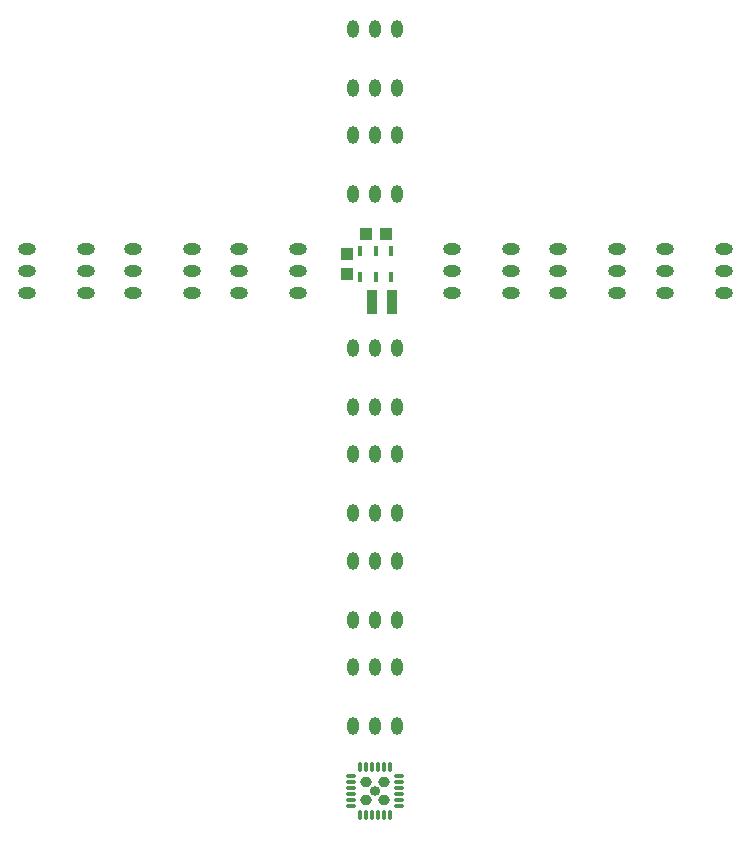
<source format=gtp>
G04 DipTrace 2.4.0.2*
%INcross.gtp*%
%MOMM*%
%ADD19R,1.1X1.0*%
%ADD20R,1.0X1.1*%
%ADD21R,0.85X2.0*%
%ADD22O,0.86X0.85*%
%ADD24O,0.973X0.96*%
%ADD26O,0.28X1.0*%
%ADD27O,1.0X0.28*%
%ADD31R,0.4X0.9*%
%ADD34O,1.0X1.5*%
%ADD36O,1.5X1.0*%
%FSLAX53Y53*%
G04*
G71*
G90*
G75*
G01*
%LNTopPaste*%
%LPD*%
D19*
X41897Y64131D3*
X40197D3*
D20*
X38585Y60758D3*
Y62458D3*
D21*
X42422Y58438D3*
X40722D3*
D22*
X41005Y16986D3*
D24*
X40231Y16248D3*
X41795Y16238D3*
X40241Y17781D3*
X41798Y17791D3*
D26*
X39758Y14958D3*
X40258D3*
X40758D3*
X41258D3*
X41758D3*
X42258D3*
D27*
X43058Y15758D3*
Y16258D3*
Y16758D3*
Y17258D3*
Y17758D3*
Y18258D3*
D26*
X42258Y19058D3*
X41758D3*
X41258D3*
X40758D3*
X40258D3*
X39758D3*
D27*
X38958Y18258D3*
Y17758D3*
Y17258D3*
Y16758D3*
Y16258D3*
Y15758D3*
D31*
X42367Y62696D3*
X41067D3*
X39767D3*
Y60496D3*
X41067D3*
X42367D3*
D34*
X39158Y22508D3*
X41008D3*
X42858D3*
Y27508D3*
X41008D3*
X39158D3*
Y31508D3*
X41008D3*
X42858D3*
Y36508D3*
X41008D3*
X39158D3*
Y40508D3*
X41008D3*
X42858D3*
Y45508D3*
X41008D3*
X39158D3*
Y49508D3*
X41008D3*
X42858D3*
Y54508D3*
X41008D3*
X39158D3*
D36*
X34508Y59158D3*
Y61008D3*
Y62858D3*
X29508D3*
Y61008D3*
Y59158D3*
X25508D3*
Y61008D3*
Y62858D3*
X20508D3*
Y61008D3*
Y59158D3*
X16508D3*
Y61008D3*
Y62858D3*
X11508D3*
Y61008D3*
Y59158D3*
D34*
X39158Y67508D3*
X41008D3*
X42858D3*
Y72508D3*
X41008D3*
X39158D3*
Y76508D3*
X41008D3*
X42858D3*
Y81508D3*
X41008D3*
X39158D3*
D36*
X47508Y62858D3*
Y61008D3*
Y59158D3*
X52508D3*
Y61008D3*
Y62858D3*
X56508D3*
Y61008D3*
Y59158D3*
X61508D3*
Y61008D3*
Y62858D3*
X65508D3*
Y61008D3*
Y59158D3*
X70508D3*
Y61008D3*
Y62858D3*
M02*

</source>
